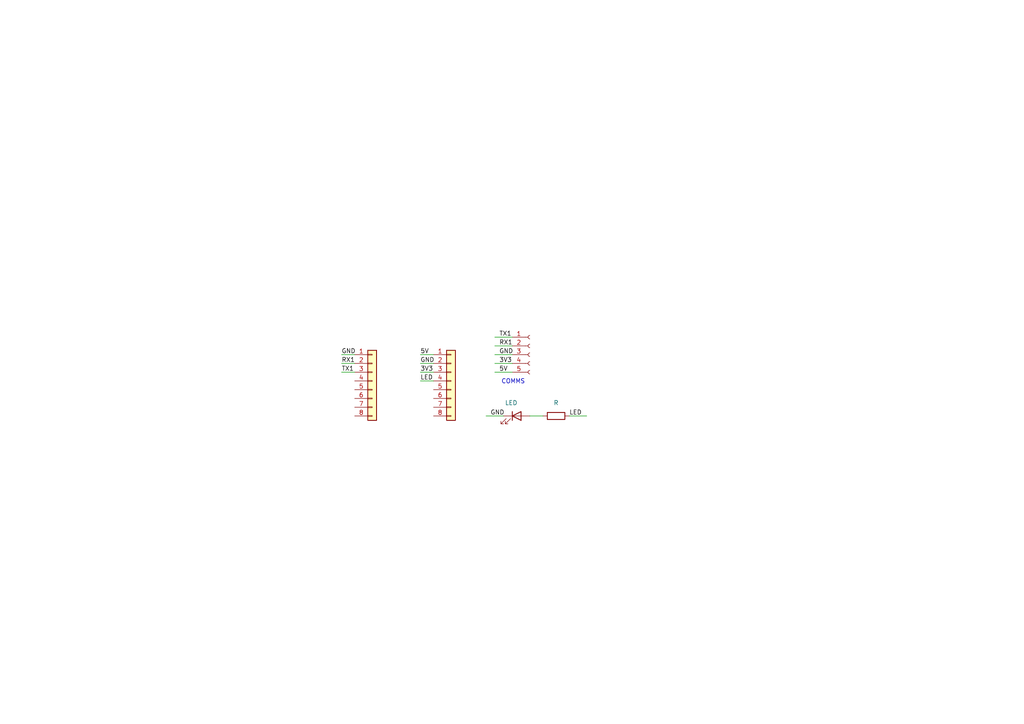
<source format=kicad_sch>
(kicad_sch (version 20250114) (generator "eeschema") (generator_version "9.0")
  (paper "A4")
  (lib_symbols
    (symbol "Connector:Conn_01x05_Socket" (pin_names (offset 1.016) (hide yes))
      (property "Reference" "J" (at 0 7.62 0))
      (property "Value" "Conn_01x05_Socket" (at 0 -7.62 0))
      (symbol "Conn_01x05_Socket_1_1"
        (polyline (pts (xy -1.27 5.08) (xy -0.508 5.08)) (stroke (width 0.1524)))
        (polyline (pts (xy -1.27 2.54) (xy -0.508 2.54)) (stroke (width 0.1524)))
        (polyline (pts (xy -1.27 0) (xy -0.508 0)) (stroke (width 0.1524)))
        (polyline (pts (xy -1.27 -2.54) (xy -0.508 -2.54)) (stroke (width 0.1524)))
        (polyline (pts (xy -1.27 -5.08) (xy -0.508 -5.08)) (stroke (width 0.1524)))
        (arc (start 0 4.572) (mid -0.5058 5.08) (end 0 5.588) (stroke (width 0.1524)))
        (arc (start 0 2.032) (mid -0.5058 2.54) (end 0 3.048) (stroke (width 0.1524)))
        (arc (start 0 -0.508) (mid -0.5058 0) (end 0 0.508) (stroke (width 0.1524)))
        (arc (start 0 -3.048) (mid -0.5058 -2.54) (end 0 -2.032) (stroke (width 0.1524)))
        (arc (start 0 -5.588) (mid -0.5058 -5.08) (end 0 -4.572) (stroke (width 0.1524)))
        (pin passive line (at -5.08 5.08 0) (length 3.81) (name "Pin_1") (number "1"))
        (pin passive line (at -5.08 2.54 0) (length 3.81) (name "Pin_2") (number "2"))
        (pin passive line (at -5.08 0 0) (length 3.81) (name "Pin_3") (number "3"))
        (pin passive line (at -5.08 -2.54 0) (length 3.81) (name "Pin_4") (number "4"))
        (pin passive line (at -5.08 -5.08 0) (length 3.81) (name "Pin_5") (number "5"))
      )
    )
    (symbol "Connector_Generic:Conn_01x08" (pin_names (offset 1.016) (hide yes))
      (property "Reference" "J" (at 0 10.16 0))
      (property "Value" "Conn_01x08" (at 0 -12.7 0))
      (symbol "Conn_01x08_1_1"
        (rectangle (start -1.27 8.89) (end 1.27 -11.43) (stroke (width 0.254)) (fill (type background)))
        (rectangle (start -1.27 7.747) (end 0 7.493) (stroke (width 0.1524)))
        (rectangle (start -1.27 5.207) (end 0 4.953) (stroke (width 0.1524)))
        (rectangle (start -1.27 2.667) (end 0 2.413) (stroke (width 0.1524)))
        (rectangle (start -1.27 0.127) (end 0 -0.127) (stroke (width 0.1524)))
        (rectangle (start -1.27 -2.413) (end 0 -2.667) (stroke (width 0.1524)))
        (rectangle (start -1.27 -4.953) (end 0 -5.207) (stroke (width 0.1524)))
        (rectangle (start -1.27 -7.493) (end 0 -7.747) (stroke (width 0.1524)))
        (rectangle (start -1.27 -10.033) (end 0 -10.287) (stroke (width 0.1524)))
        (pin passive line (at -5.08 7.62 0) (length 3.81) (name "Pin_1") (number "1"))
        (pin passive line (at -5.08 5.08 0) (length 3.81) (name "Pin_2") (number "2"))
        (pin passive line (at -5.08 2.54 0) (length 3.81) (name "Pin_3") (number "3"))
        (pin passive line (at -5.08 0 0) (length 3.81) (name "Pin_4") (number "4"))
        (pin passive line (at -5.08 -2.54 0) (length 3.81) (name "Pin_5") (number "5"))
        (pin passive line (at -5.08 -5.08 0) (length 3.81) (name "Pin_6") (number "6"))
        (pin passive line (at -5.08 -7.62 0) (length 3.81) (name "Pin_7") (number "7"))
        (pin passive line (at -5.08 -10.16 0) (length 3.81) (name "Pin_8") (number "8"))
      )
    )
    (symbol "Device:LED" (pin_numbers (hide yes)) (pin_names (offset 1.016) (hide yes))
      (property "Reference" "D" (at 0 2.54 0))
      (property "Value" "LED" (at 0 -2.54 0))
      (symbol "LED_0_1"
        (polyline (pts (xy -3.048 -0.762) (xy -4.572 -2.286) (xy -3.81 -2.286) (xy -4.572 -2.286) (xy -4.572 -1.524)))
        (polyline (pts (xy -1.778 -0.762) (xy -3.302 -2.286) (xy -2.54 -2.286) (xy -3.302 -2.286) (xy -3.302 -1.524)))
        (polyline (pts (xy -1.27 0) (xy 1.27 0)))
        (polyline (pts (xy -1.27 -1.27) (xy -1.27 1.27)) (stroke (width 0.254)))
        (polyline (pts (xy 1.27 -1.27) (xy 1.27 1.27) (xy -1.27 0) (xy 1.27 -1.27)) (stroke (width 0.254)))
      )
      (symbol "LED_1_1"
        (pin passive line (at -3.81 0 0) (length 2.54) (name "K") (number "1"))
        (pin passive line (at 3.81 0 180) (length 2.54) (name "A") (number "2"))
      )
    )
    (symbol "Device:R" (pin_numbers (hide yes)) (pin_names (offset 0))
      (property "Reference" "R" (at 2.032 0 90))
      (property "Value" "R" (at 0 0 90))
      (symbol "R_0_1"
        (rectangle (start -1.016 -2.54) (end 1.016 2.54) (stroke (width 0.254)))
      )
      (symbol "R_1_1"
        (pin passive line (at 0 3.81 270) (length 1.27) (name "~") (number "1"))
        (pin passive line (at 0 -3.81 90) (length 1.27) (name "~") (number "2"))
      )
    )
  )
  (text "COMMS" (at 148.844 110.744 0) (effects (font (size 1.27 1.27))))
  (wire (pts (xy 143.51 102.87) (xy 148.59 102.87)))
  (wire (pts (xy 121.92 110.49) (xy 125.73 110.49)))
  (wire (pts (xy 99.06 102.87) (xy 102.87 102.87)))
  (wire (pts (xy 121.92 102.87) (xy 125.73 102.87)))
  (wire (pts (xy 140.97 120.65) (xy 146.05 120.65)))
  (wire (pts (xy 143.51 105.41) (xy 148.59 105.41)))
  (wire (pts (xy 121.92 105.41) (xy 125.73 105.41)))
  (wire (pts (xy 165.1 120.65) (xy 170.18 120.65)))
  (wire (pts (xy 153.67 120.65) (xy 157.48 120.65)))
  (wire (pts (xy 99.06 105.41) (xy 102.87 105.41)))
  (wire (pts (xy 99.06 107.95) (xy 102.87 107.95)))
  (wire (pts (xy 121.92 107.95) (xy 125.73 107.95)))
  (wire (pts (xy 143.51 107.95) (xy 148.59 107.95)))
  (wire (pts (xy 143.51 97.79) (xy 148.59 97.79)))
  (wire (pts (xy 143.51 100.33) (xy 148.59 100.33)))
  (label "GND" (at 142.24 120.65 0))
  (label "RX1" (at 99.06 105.41 0))
  (label "3V3" (at 144.78 105.41 0))
  (label "TX1" (at 99.06 107.95 0))
  (label "5V" (at 121.92 102.87 0))
  (label "LED" (at 121.92 110.49 0))
  (label "3V3" (at 121.92 107.95 0))
  (label "5V" (at 144.78 107.95 0))
  (label "GND" (at 99.06 102.87 0))
  (label "GND" (at 144.78 102.87 0))
  (label "LED" (at 165.1 120.65 0))
  (label "TX1" (at 144.78 97.79 0))
  (label "GND" (at 121.92 105.41 0))
  (label "RX1" (at 144.78 100.33 0))
  (symbol (lib_id "Device:LED") (at 149.86 120.65 0) (unit 1)
    (property "Reference" "D1" (effects (hide yes)))
    (property "Value" "LED" (at 148.2725 116.84 0))
    (property "Footprint" "LED_THT:LED_D3.0mm_FlatTop" (effects (hide yes)))
    (property "Description" "Light emitting diode" (effects (hide yes)))
    (property "Sim.Pins" "1=K 2=A" (effects (hide yes)))
  )
  (symbol (lib_id "Connector:Conn_01x05_Socket") (at 153.67 102.87 0) (unit 1)
    (property "Reference" "J3" (effects (hide yes)))
    (property "Value" "Conn_01x05_Socket" (effects (hide yes)))
    (property "Footprint" "Connector_PinSocket_2.00mm:PinSocket_1x05_P2.00mm_Vertical" (effects (hide yes)))
    (property "Description" "Generic connector, single row, 01x05, script generated" (effects (hide yes)))
  )
  (symbol (lib_id "Connector_Generic:Conn_01x08") (at 107.95 110.49 0) (unit 1)
    (property "Reference" "J4" (effects (hide yes)))
    (property "Value" "Conn_01x08" (effects (hide yes)))
    (property "Footprint" "Connector_PinSocket_2.00mm:PinSocket_1x05_P2.00mm_Vertical" (effects (hide yes)))
    (property "Description" "Generic connector, single row, 01x08, script generated (kicad-library-utils/schlib/autogen/connector/)" (effects (hide yes)))
  )
  (symbol (lib_id "Device:R") (at 161.29 120.65 90) (unit 1)
    (property "Reference" "R1" (effects (hide yes)))
    (property "Value" "R" (at 161.29 116.84 90))
    (property "Footprint" "Resistor_THT:R_Axial_DIN0204_L3.6mm_D1.6mm_P5.08mm_Horizontal" (effects (hide yes)))
    (property "Description" "Resistor" (effects (hide yes)))
  )
  (symbol (lib_id "Connector_Generic:Conn_01x08") (at 130.81 110.49 0) (unit 1)
    (property "Reference" "J5" (effects (hide yes)))
    (property "Value" "Conn_01x08" (effects (hide yes)))
    (property "Footprint" "Connector_PinSocket_2.00mm:PinSocket_1x05_P2.00mm_Vertical" (effects (hide yes)))
    (property "Description" "Generic connector, single row, 01x08, script generated (kicad-library-utils/schlib/autogen/connector/)" (effects (hide yes)))
  )
)
</source>
